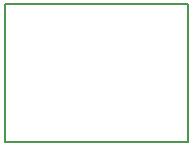
<source format=gm1>
%TF.GenerationSoftware,KiCad,Pcbnew,4.0.2-stable*%
%TF.CreationDate,2016-04-01T20:16:45-04:00*%
%TF.ProjectId,MS56110 Breakout,4D53353631313020427265616B6F7574,rev?*%
%TF.FileFunction,Profile,NP*%
%FSLAX46Y46*%
G04 Gerber Fmt 4.6, Leading zero omitted, Abs format (unit mm)*
G04 Created by KiCad (PCBNEW 4.0.2-stable) date 4/1/2016 8:16:45 PM*
%MOMM*%
G01*
G04 APERTURE LIST*
%ADD10C,0.127000*%
G04 APERTURE END LIST*
D10*
X149352000Y-102108000D02*
X133858000Y-102108000D01*
X149352000Y-113792000D02*
X149352000Y-102108000D01*
X133858000Y-113792000D02*
X149352000Y-113792000D01*
X133858000Y-102108000D02*
X133858000Y-113792000D01*
M02*

</source>
